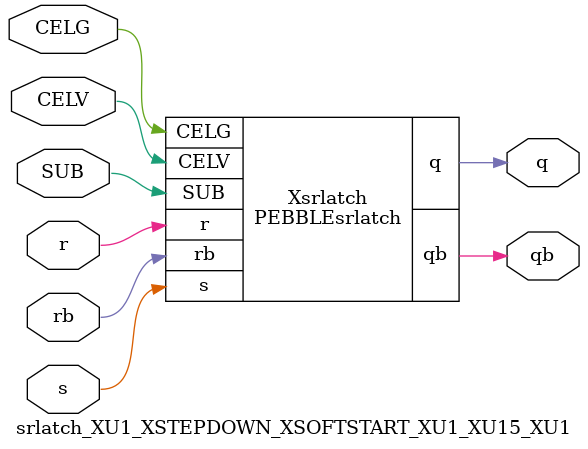
<source format=v>



module PEBBLEsrlatch ( q, qb, CELG, CELV, SUB, r, rb, s );

  input CELV;
  input s;
  output q;
  input rb;
  input r;
  input SUB;
  input CELG;
  output qb;
endmodule

//Celera Confidential Do Not Copy srlatch_XU1_XSTEPDOWN_XSOFTSTART_XU1_XU15_XU1
//Celera Confidential Symbol Generator
//SR Latch
module srlatch_XU1_XSTEPDOWN_XSOFTSTART_XU1_XU15_XU1 (CELV,CELG,s,r,rb,q,qb,SUB);
input CELV;
input CELG;
input s;
input r;
input rb;
input SUB;
output q;
output qb;

//Celera Confidential Do Not Copy srlatch
PEBBLEsrlatch Xsrlatch(
.CELV (CELV),
.r (r),
.s (s),
.q (q),
.qb (qb),
.rb (rb),
.SUB (SUB),
.CELG (CELG)
);
//,diesize,PEBBLEsrlatch

//Celera Confidential Do Not Copy Module End
//Celera Schematic Generator
endmodule

</source>
